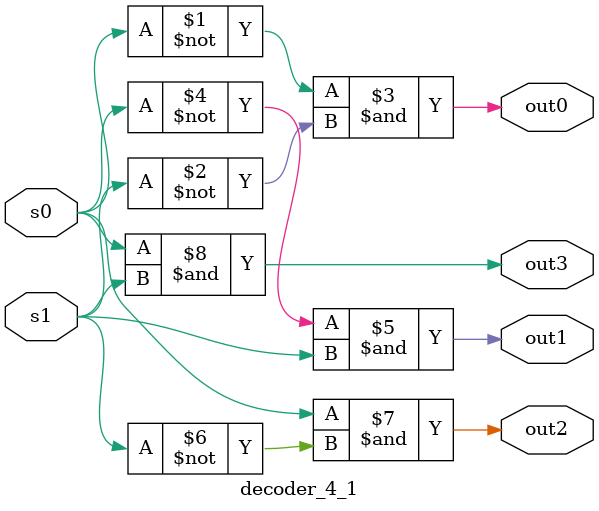
<source format=v>
module decoder_4_1(s0,s1,out0,out1,out2,out3);

input s0,s1;
output out0,out1,out2,out3;

wire w1,w2,w3,w4;

and and1(out0,~s0,~s1);
and and2(out1,~s0,s1);
and and3(out2,s0,~s1);
and and4(out3,s0,s1);

endmodule


</source>
